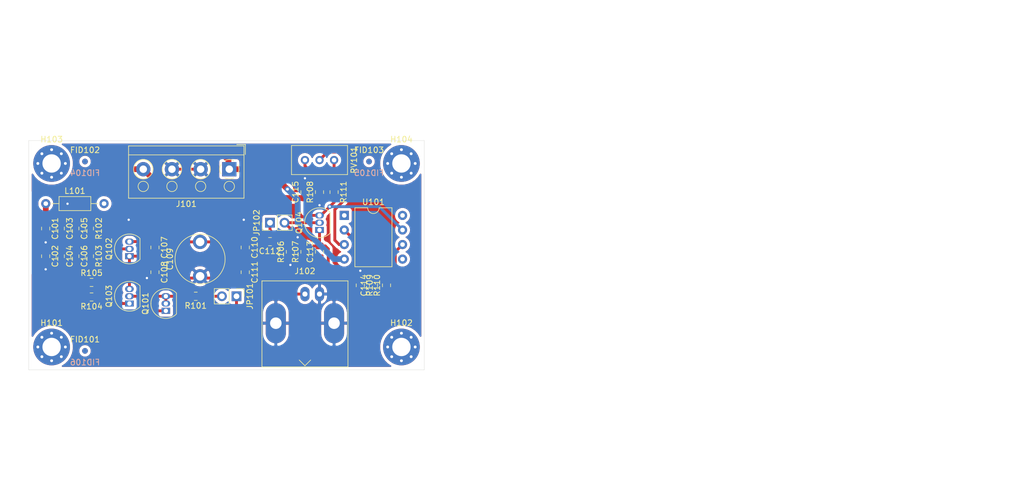
<source format=kicad_pcb>
(kicad_pcb (version 20171130) (host pcbnew "(5.1.2)-1")
  (title_block (title "Oscilador Colpitts de frecuencia variable (80 a 100 MHz)") (date 2019-08-30) (rev v1) (company "UTN FRA"))
  (layers (0 F.Cu signal) (31 B.Cu signal) (34 B.Paste user) (35 F.Paste user) (36 B.SilkS user) (37 F.SilkS user) (38 B.Mask user) (39 F.Mask user) (44 Edge.Cuts user))
  (net 0 "")
  (net 1 GND)
  (net 2 +15V)
  (net 3 "Net-(C102-Pad1)")
  (net 4 "Net-(C107-Pad2)")
  (net 5 "Net-(C107-Pad1)")
  (net 6 /Vout)
  (net 7 "Net-(C112-Pad1)")
  (net 8 "Net-(C113-Pad2)")
  (net 9 "Net-(C114-Pad2)")
  (net 10 "Net-(C114-Pad1)")
  (net 11 -15V)
  (net 12 "Net-(JP101-Pad2)")
  (net 13 /Vcontrol)
  (net 14 "Net-(JP102-Pad2)")
  (net 15 "Net-(Q101-Pad1)")
  (net 16 "Net-(Q101-Pad2)")
  (net 17 "Net-(Q103-Pad1)")
  (net 18 "Net-(R108-Pad2)")
  (net 19 "Net-(R111-Pad1)")
  (net 20 "Net-(RV101-Pad2)")
  (net 21 "Net-(U101-Pad8)")
  (net 22 "Net-(U101-Pad5)")
  (net 23 "Net-(U101-Pad1)")
  (module Package_TO_SOT_THT:TO-92_Inline (layer F.Cu) (at 107.569 90.17 90)
    (fp_text reference Q102 (at 1.27 -3.56 90) (layer F.SilkS))
    (fp_text value 2N3904)
    (fp_arc (start 1.27 0) (end 1.27 -2.6) (angle 135) (layer F.SilkS) (width 0.12))
    (fp_arc (start 1.27 0) (end 1.27 -2.6) (angle -135) (layer F.SilkS) (width 0.12))
    (fp_line (start -0.53 1.85) (end 3.07 1.85) (layer F.SilkS) (width 0.12))
    (pad 1 thru_hole rect (at 0 0 90) (size 1.05 1.5) (drill 0.75) (layers *.Cu *.Mask) (net 4 "Net-(C107-Pad2)"))
    (pad 3 thru_hole oval (at 2.54 0 90) (size 1.05 1.5) (drill 0.75) (layers *.Cu *.Mask) (net 5 "Net-(C107-Pad1)"))
    (pad 2 thru_hole oval (at 1.27 0 90) (size 1.05 1.5) (drill 0.75) (layers *.Cu *.Mask) (net 3 "Net-(C102-Pad1)"))
  )
  (module Package_DIP:DIP-8_W10.16mm (layer F.Cu) (at 145.034 83.058)
    (fp_text reference U101 (at 5.08 -2.33) (layer F.SilkS))
    (fp_text value LM741)
    (fp_line (start 8.315 -1.33) (end 6.08 -1.33) (layer F.SilkS) (width 0.12))
    (fp_line (start 8.315 8.95) (end 8.315 -1.33) (layer F.SilkS) (width 0.12))
    (fp_line (start 1.845 8.95) (end 8.315 8.95) (layer F.SilkS) (width 0.12))
    (fp_line (start 1.845 -1.33) (end 1.845 8.95) (layer F.SilkS) (width 0.12))
    (fp_line (start 4.08 -1.33) (end 1.845 -1.33) (layer F.SilkS) (width 0.12))
    (fp_arc (start 5.08 -1.33) (end 4.08 -1.33) (angle -180) (layer F.SilkS) (width 0.12))
    (pad 8 thru_hole oval (at 10.16 0) (size 1.6 1.6) (drill 0.8) (layers *.Cu *.Mask) (net 21 "Net-(U101-Pad8)"))
    (pad 4 thru_hole oval (at 0 7.62) (size 1.6 1.6) (drill 0.8) (layers *.Cu *.Mask) (net 11 -15V))
    (pad 7 thru_hole oval (at 10.16 2.54) (size 1.6 1.6) (drill 0.8) (layers *.Cu *.Mask) (net 2 +15V))
    (pad 3 thru_hole oval (at 0 5.08) (size 1.6 1.6) (drill 0.8) (layers *.Cu *.Mask) (net 20 "Net-(RV101-Pad2)"))
    (pad 6 thru_hole oval (at 10.16 5.08) (size 1.6 1.6) (drill 0.8) (layers *.Cu *.Mask) (net 13 /Vcontrol))
    (pad 2 thru_hole oval (at 0 2.54) (size 1.6 1.6) (drill 0.8) (layers *.Cu *.Mask) (net 9 "Net-(C114-Pad2)"))
    (pad 5 thru_hole oval (at 10.16 7.62) (size 1.6 1.6) (drill 0.8) (layers *.Cu *.Mask) (net 22 "Net-(U101-Pad5)"))
    (pad 1 thru_hole rect (at 0 0) (size 1.6 1.6) (drill 0.8) (layers *.Cu *.Mask) (net 23 "Net-(U101-Pad1)"))
  )
  (module colpitts:Preset_Multivuelta (layer F.Cu) (at 143.256 73.406 270)
    (fp_text reference RV101 (at 0 -3.475 90) (layer F.SilkS))
    (fp_text value 10K)
    (fp_line (start -2.535 -2.345) (end -2.535 7.425) (layer F.SilkS) (width 0.12))
    (fp_line (start 2.535 -2.345) (end 2.535 7.425) (layer F.SilkS) (width 0.12))
    (fp_line (start -2.535 7.425) (end 2.535 7.425) (layer F.SilkS) (width 0.12))
    (fp_line (start -2.535 -2.345) (end 2.535 -2.345) (layer F.SilkS) (width 0.12))
    (pad 1 thru_hole circle (at 0 0 270) (size 1.44 1.44) (drill 0.8) (layers *.Cu *.Mask) (net 19 "Net-(R111-Pad1)"))
    (pad 2 thru_hole circle (at 0 2.54 270) (size 1.44 1.44) (drill 0.8) (layers *.Cu *.Mask) (net 20 "Net-(RV101-Pad2)"))
    (pad 3 thru_hole circle (at 0 5.08 270) (size 1.44 1.44) (drill 0.8) (layers *.Cu *.Mask) (net 18 "Net-(R108-Pad2)"))
  )
  (module Resistor_SMD:R_0805_2012Metric_Pad1.15x1.40mm_HandSolder (layer F.Cu) (at 143.256 78.994 270)
    (fp_text reference R111 (at 0 -1.65 90) (layer F.SilkS))
    (fp_text value 1K)
    (fp_line (start -0.261252 0.71) (end 0.261252 0.71) (layer F.SilkS) (width 0.12))
    (fp_line (start -0.261252 -0.71) (end 0.261252 -0.71) (layer F.SilkS) (width 0.12))
    (pad 2 smd roundrect (at 1.025 0 270) (size 1.15 1.4) (layers F.Cu F.Paste F.Mask) (roundrect_rratio 0.217391) (net 2 +15V))
    (pad 1 smd roundrect (at -1.025 0 270) (size 1.15 1.4) (layers F.Cu F.Paste F.Mask) (roundrect_rratio 0.217391) (net 19 "Net-(R111-Pad1)"))
  )
  (module Resistor_SMD:R_0805_2012Metric_Pad1.15x1.40mm_HandSolder (layer F.Cu) (at 152.4 95.25 90)
    (fp_text reference R110 (at 0 -1.65 90) (layer F.SilkS))
    (fp_text value 1K)
    (fp_line (start -0.261252 0.71) (end 0.261252 0.71) (layer F.SilkS) (width 0.12))
    (fp_line (start -0.261252 -0.71) (end 0.261252 -0.71) (layer F.SilkS) (width 0.12))
    (pad 2 smd roundrect (at 1.025 0 90) (size 1.15 1.4) (layers F.Cu F.Paste F.Mask) (roundrect_rratio 0.217391) (net 10 "Net-(C114-Pad1)"))
    (pad 1 smd roundrect (at -1.025 0 90) (size 1.15 1.4) (layers F.Cu F.Paste F.Mask) (roundrect_rratio 0.217391) (net 13 /Vcontrol))
  )
  (module Resistor_SMD:R_0805_2012Metric_Pad1.15x1.40mm_HandSolder (layer F.Cu) (at 147.828 95.25 270)
    (fp_text reference R109 (at 0 -1.65 90) (layer F.SilkS))
    (fp_text value 1K)
    (fp_line (start -0.261252 0.71) (end 0.261252 0.71) (layer F.SilkS) (width 0.12))
    (fp_line (start -0.261252 -0.71) (end 0.261252 -0.71) (layer F.SilkS) (width 0.12))
    (pad 2 smd roundrect (at 1.025 0 270) (size 1.15 1.4) (layers F.Cu F.Paste F.Mask) (roundrect_rratio 0.217391) (net 9 "Net-(C114-Pad2)"))
    (pad 1 smd roundrect (at -1.025 0 270) (size 1.15 1.4) (layers F.Cu F.Paste F.Mask) (roundrect_rratio 0.217391) (net 8 "Net-(C113-Pad2)"))
  )
  (module Resistor_SMD:R_0805_2012Metric_Pad1.15x1.40mm_HandSolder (layer F.Cu) (at 140.716 78.994 90)
    (fp_text reference R108 (at 0 -1.65 90) (layer F.SilkS))
    (fp_text value 1K)
    (fp_line (start -0.261252 0.71) (end 0.261252 0.71) (layer F.SilkS) (width 0.12))
    (fp_line (start -0.261252 -0.71) (end 0.261252 -0.71) (layer F.SilkS) (width 0.12))
    (pad 2 smd roundrect (at 1.025 0 90) (size 1.15 1.4) (layers F.Cu F.Paste F.Mask) (roundrect_rratio 0.217391) (net 18 "Net-(R108-Pad2)"))
    (pad 1 smd roundrect (at -1.025 0 90) (size 1.15 1.4) (layers F.Cu F.Paste F.Mask) (roundrect_rratio 0.217391) (net 1 GND))
  )
  (module Resistor_SMD:R_0805_2012Metric_Pad1.15x1.40mm_HandSolder (layer F.Cu) (at 138.176 89.408 90)
    (fp_text reference R107 (at 0 -1.65 90) (layer F.SilkS))
    (fp_text value 5.6K)
    (fp_line (start -0.261252 0.71) (end 0.261252 0.71) (layer F.SilkS) (width 0.12))
    (fp_line (start -0.261252 -0.71) (end 0.261252 -0.71) (layer F.SilkS) (width 0.12))
    (pad 2 smd roundrect (at 1.025 0 90) (size 1.15 1.4) (layers F.Cu F.Paste F.Mask) (roundrect_rratio 0.217391) (net 8 "Net-(C113-Pad2)"))
    (pad 1 smd roundrect (at -1.025 0 90) (size 1.15 1.4) (layers F.Cu F.Paste F.Mask) (roundrect_rratio 0.217391) (net 1 GND))
  )
  (module Resistor_SMD:R_0805_2012Metric_Pad1.15x1.40mm_HandSolder (layer F.Cu) (at 135.636 89.408 90)
    (fp_text reference R106 (at 0 -1.65 90) (layer F.SilkS))
    (fp_text value 10K)
    (fp_line (start -0.261252 0.71) (end 0.261252 0.71) (layer F.SilkS) (width 0.12))
    (fp_line (start -0.261252 -0.71) (end 0.261252 -0.71) (layer F.SilkS) (width 0.12))
    (pad 2 smd roundrect (at 1.025 0 90) (size 1.15 1.4) (layers F.Cu F.Paste F.Mask) (roundrect_rratio 0.217391) (net 14 "Net-(JP102-Pad2)"))
    (pad 1 smd roundrect (at -1.025 0 90) (size 1.15 1.4) (layers F.Cu F.Paste F.Mask) (roundrect_rratio 0.217391) (net 1 GND))
  )
  (module Resistor_SMD:R_0805_2012Metric_Pad1.15x1.40mm_HandSolder (layer F.Cu) (at 100.965 94.742)
    (fp_text reference R105 (at 0 -1.65) (layer F.SilkS))
    (fp_text value 330)
    (fp_line (start -0.261252 0.71) (end 0.261252 0.71) (layer F.SilkS) (width 0.12))
    (fp_line (start -0.261252 -0.71) (end 0.261252 -0.71) (layer F.SilkS) (width 0.12))
    (pad 2 smd roundrect (at 1.025 0) (size 1.15 1.4) (layers F.Cu F.Paste F.Mask) (roundrect_rratio 0.217391) (net 17 "Net-(Q103-Pad1)"))
    (pad 1 smd roundrect (at -1.025 0) (size 1.15 1.4) (layers F.Cu F.Paste F.Mask) (roundrect_rratio 0.217391) (net 11 -15V))
  )
  (module Resistor_SMD:R_0805_2012Metric_Pad1.15x1.40mm_HandSolder (layer F.Cu) (at 100.965 97.282 180)
    (fp_text reference R104 (at 0 -1.65) (layer F.SilkS))
    (fp_text value 330)
    (fp_line (start -0.261252 0.71) (end 0.261252 0.71) (layer F.SilkS) (width 0.12))
    (fp_line (start -0.261252 -0.71) (end 0.261252 -0.71) (layer F.SilkS) (width 0.12))
    (pad 2 smd roundrect (at 1.025 0 180) (size 1.15 1.4) (layers F.Cu F.Paste F.Mask) (roundrect_rratio 0.217391) (net 11 -15V))
    (pad 1 smd roundrect (at -1.025 0 180) (size 1.15 1.4) (layers F.Cu F.Paste F.Mask) (roundrect_rratio 0.217391) (net 15 "Net-(Q101-Pad1)"))
  )
  (module Resistor_SMD:R_0805_2012Metric_Pad1.15x1.40mm_HandSolder (layer F.Cu) (at 100.584 90.17 270)
    (fp_text reference R103 (at 0 -1.65 90) (layer F.SilkS))
    (fp_text value 10K)
    (fp_line (start -0.261252 0.71) (end 0.261252 0.71) (layer F.SilkS) (width 0.12))
    (fp_line (start -0.261252 -0.71) (end 0.261252 -0.71) (layer F.SilkS) (width 0.12))
    (pad 2 smd roundrect (at 1.025 0 270) (size 1.15 1.4) (layers F.Cu F.Paste F.Mask) (roundrect_rratio 0.217391) (net 1 GND))
    (pad 1 smd roundrect (at -1.025 0 270) (size 1.15 1.4) (layers F.Cu F.Paste F.Mask) (roundrect_rratio 0.217391) (net 3 "Net-(C102-Pad1)"))
  )
  (module Resistor_SMD:R_0805_2012Metric_Pad1.15x1.40mm_HandSolder (layer F.Cu) (at 100.584 85.344 270)
    (fp_text reference R102 (at 0 -1.65 90) (layer F.SilkS))
    (fp_text value 10K)
    (fp_line (start -0.261252 0.71) (end 0.261252 0.71) (layer F.SilkS) (width 0.12))
    (fp_line (start -0.261252 -0.71) (end 0.261252 -0.71) (layer F.SilkS) (width 0.12))
    (pad 2 smd roundrect (at 1.025 0 270) (size 1.15 1.4) (layers F.Cu F.Paste F.Mask) (roundrect_rratio 0.217391) (net 3 "Net-(C102-Pad1)"))
    (pad 1 smd roundrect (at -1.025 0 270) (size 1.15 1.4) (layers F.Cu F.Paste F.Mask) (roundrect_rratio 0.217391) (net 2 +15V))
  )
  (module Resistor_SMD:R_0805_2012Metric_Pad1.15x1.40mm_HandSolder (layer F.Cu) (at 119.135 97.155 180)
    (fp_text reference R101 (at 0 -1.65) (layer F.SilkS))
    (fp_text value 3.9K)
    (fp_line (start -0.261252 0.71) (end 0.261252 0.71) (layer F.SilkS) (width 0.12))
    (fp_line (start -0.261252 -0.71) (end 0.261252 -0.71) (layer F.SilkS) (width 0.12))
    (pad 2 smd roundrect (at 1.025 0 180) (size 1.15 1.4) (layers F.Cu F.Paste F.Mask) (roundrect_rratio 0.217391) (net 16 "Net-(Q101-Pad2)"))
    (pad 1 smd roundrect (at -1.025 0 180) (size 1.15 1.4) (layers F.Cu F.Paste F.Mask) (roundrect_rratio 0.217391) (net 12 "Net-(JP101-Pad2)"))
  )
  (module Package_TO_SOT_THT:TO-92_Inline (layer F.Cu) (at 140.716 85.598 90)
    (fp_text reference Q104 (at 1.27 -3.56 90) (layer F.SilkS))
    (fp_text value 2N3904)
    (fp_arc (start 1.27 0) (end 1.27 -2.6) (angle 135) (layer F.SilkS) (width 0.12))
    (fp_arc (start 1.27 0) (end 1.27 -2.6) (angle -135) (layer F.SilkS) (width 0.12))
    (fp_line (start -0.53 1.85) (end 3.07 1.85) (layer F.SilkS) (width 0.12))
    (pad 1 thru_hole rect (at 0 0 90) (size 1.05 1.5) (drill 0.75) (layers *.Cu *.Mask) (net 8 "Net-(C113-Pad2)"))
    (pad 3 thru_hole oval (at 2.54 0 90) (size 1.05 1.5) (drill 0.75) (layers *.Cu *.Mask) (net 2 +15V))
    (pad 2 thru_hole oval (at 1.27 0 90) (size 1.05 1.5) (drill 0.75) (layers *.Cu *.Mask) (net 14 "Net-(JP102-Pad2)"))
  )
  (module Package_TO_SOT_THT:TO-92_Inline (layer F.Cu) (at 107.569 98.425 90)
    (fp_text reference Q103 (at 1.27 -3.56 90) (layer F.SilkS))
    (fp_text value 2N3904)
    (fp_arc (start 1.27 0) (end 1.27 -2.6) (angle 135) (layer F.SilkS) (width 0.12))
    (fp_arc (start 1.27 0) (end 1.27 -2.6) (angle -135) (layer F.SilkS) (width 0.12))
    (fp_line (start -0.53 1.85) (end 3.07 1.85) (layer F.SilkS) (width 0.12))
    (pad 1 thru_hole rect (at 0 0 90) (size 1.05 1.5) (drill 0.75) (layers *.Cu *.Mask) (net 17 "Net-(Q103-Pad1)"))
    (pad 3 thru_hole oval (at 2.54 0 90) (size 1.05 1.5) (drill 0.75) (layers *.Cu *.Mask) (net 4 "Net-(C107-Pad2)"))
    (pad 2 thru_hole oval (at 1.27 0 90) (size 1.05 1.5) (drill 0.75) (layers *.Cu *.Mask) (net 16 "Net-(Q101-Pad2)"))
  )
  (module Package_TO_SOT_THT:TO-92_Inline (layer F.Cu) (at 113.919 99.695 90)
    (fp_text reference Q101 (at 1.27 -3.56 90) (layer F.SilkS))
    (fp_text value 2N3904)
    (fp_arc (start 1.27 0) (end 1.27 -2.6) (angle 135) (layer F.SilkS) (width 0.12))
    (fp_arc (start 1.27 0) (end 1.27 -2.6) (angle -135) (layer F.SilkS) (width 0.12))
    (fp_line (start -0.53 1.85) (end 3.07 1.85) (layer F.SilkS) (width 0.12))
    (pad 1 thru_hole rect (at 0 0 90) (size 1.05 1.5) (drill 0.75) (layers *.Cu *.Mask) (net 15 "Net-(Q101-Pad1)"))
    (pad 3 thru_hole oval (at 2.54 0 90) (size 1.05 1.5) (drill 0.75) (layers *.Cu *.Mask) (net 16 "Net-(Q101-Pad2)"))
    (pad 2 thru_hole oval (at 1.27 0 90) (size 1.05 1.5) (drill 0.75) (layers *.Cu *.Mask) (net 16 "Net-(Q101-Pad2)"))
  )
  (module Inductor_THT:L_Axial_L5.3mm_D2.2mm_P10.16mm_Horizontal_Vishay_IM-1 (layer F.Cu) (at 92.984 81)
    (fp_text reference L101 (at 5.08 -2.22) (layer F.SilkS))
    (fp_text value 40n)
    (fp_line (start 9.12 0) (end 7.85 0) (layer F.SilkS) (width 0.12))
    (fp_line (start 1.04 0) (end 2.31 0) (layer F.SilkS) (width 0.12))
    (fp_line (start 7.85 -1.22) (end 2.31 -1.22) (layer F.SilkS) (width 0.12))
    (fp_line (start 7.85 1.22) (end 7.85 -1.22) (layer F.SilkS) (width 0.12))
    (fp_line (start 2.31 1.22) (end 7.85 1.22) (layer F.SilkS) (width 0.12))
    (fp_line (start 2.31 -1.22) (end 2.31 1.22) (layer F.SilkS) (width 0.12))
    (pad 2 thru_hole oval (at 10.16 0) (size 1.6 1.6) (drill 0.8) (layers *.Cu *.Mask) (net 5 "Net-(C107-Pad1)"))
    (pad 1 thru_hole circle (at 0 0) (size 1.6 1.6) (drill 0.8) (layers *.Cu *.Mask) (net 2 +15V))
  )
  (module Connector_PinHeader_2.54mm:PinHeader_1x02_P2.54mm_Vertical (layer F.Cu) (at 132.08 84.328 90)
    (fp_text reference JP102 (at 0 -2.33 90) (layer F.SilkS))
    (fp_text value Jumper_2_Open)
    (fp_line (start -1.33 -1.33) (end 0 -1.33) (layer F.SilkS) (width 0.12))
    (fp_line (start -1.33 0) (end -1.33 -1.33) (layer F.SilkS) (width 0.12))
    (fp_line (start -1.33 1.27) (end 1.33 1.27) (layer F.SilkS) (width 0.12))
    (fp_line (start 1.33 1.27) (end 1.33 3.87) (layer F.SilkS) (width 0.12))
    (fp_line (start -1.33 1.27) (end -1.33 3.87) (layer F.SilkS) (width 0.12))
    (fp_line (start -1.33 3.87) (end 1.33 3.87) (layer F.SilkS) (width 0.12))
    (pad 2 thru_hole oval (at 0 2.54 90) (size 1.7 1.7) (drill 1) (layers *.Cu *.Mask) (net 14 "Net-(JP102-Pad2)"))
    (pad 1 thru_hole rect (at 0 0 90) (size 1.7 1.7) (drill 1) (layers *.Cu *.Mask) (net 7 "Net-(C112-Pad1)"))
  )
  (module Connector_PinHeader_2.54mm:PinHeader_1x02_P2.54mm_Vertical (layer F.Cu) (at 126.238 97.155 270)
    (fp_text reference JP101 (at 0 -2.33 90) (layer F.SilkS))
    (fp_text value Jumper_2_Open)
    (fp_line (start -1.33 -1.33) (end 0 -1.33) (layer F.SilkS) (width 0.12))
    (fp_line (start -1.33 0) (end -1.33 -1.33) (layer F.SilkS) (width 0.12))
    (fp_line (start -1.33 1.27) (end 1.33 1.27) (layer F.SilkS) (width 0.12))
    (fp_line (start 1.33 1.27) (end 1.33 3.87) (layer F.SilkS) (width 0.12))
    (fp_line (start -1.33 1.27) (end -1.33 3.87) (layer F.SilkS) (width 0.12))
    (fp_line (start -1.33 3.87) (end 1.33 3.87) (layer F.SilkS) (width 0.12))
    (pad 2 thru_hole oval (at 0 2.54 270) (size 1.7 1.7) (drill 1) (layers *.Cu *.Mask) (net 12 "Net-(JP101-Pad2)"))
    (pad 1 thru_hole rect (at 0 0 270) (size 1.7 1.7) (drill 1) (layers *.Cu *.Mask) (net 13 /Vcontrol))
  )
  (module colpitts:BNC_Conn_Horizontal (layer F.Cu) (at 138.176 96.774 180)
    (fp_text reference J102 (at 0 4) (layer F.SilkS))
    (fp_text value BNC)
    (fp_line (start 0 -12.5) (end 1 -11.5) (layer F.SilkS) (width 0.12))
    (fp_line (start 0 -12.5) (end -1 -11.5) (layer F.SilkS) (width 0.12))
    (fp_line (start -7.5 2.3) (end -7.5 -12.7) (layer F.SilkS) (width 0.12))
    (fp_line (start 7.5 2.3) (end -7.5 2.3) (layer F.SilkS) (width 0.12))
    (fp_line (start 7.5 -12.7) (end 7.5 2.3) (layer F.SilkS) (width 0.12))
    (fp_line (start -7.5 -12.7) (end 7.5 -12.7) (layer F.SilkS) (width 0.12))
    (pad 2 thru_hole oval (at -2.54 0 180) (size 1.6 2.5) (drill 0.89) (layers *.Cu *.Mask) (net 1 GND))
    (pad 1 thru_hole oval (at 0 0 180) (size 1.6 2.5) (drill 0.89) (layers *.Cu *.Mask) (net 6 /Vout))
    (pad 2 thru_hole oval (at 5.08 -5.08 180) (size 3.5 7) (drill 2.01) (layers *.Cu *.Mask) (net 1 GND))
    (pad 2 thru_hole oval (at -5.08 -5.08 180) (size 3.5 7) (drill 2.01) (layers *.Cu *.Mask) (net 1 GND))
  )
  (module colpitts:TerminalBlock_1x04_P5.00mm (layer F.Cu) (at 124.984 75 180)
    (fp_text reference J101 (at 7.5 -6.06) (layer F.SilkS))
    (fp_text value BORNERA)
    (fp_line (start -2.8 4.3) (end -1.3 4.3) (layer F.SilkS) (width 0.12))
    (fp_line (start -2.8 2.56) (end -2.8 4.3) (layer F.SilkS) (width 0.12))
    (fp_line (start 13.82 0.976) (end 13.726 1.069) (layer F.SilkS) (width 0.12))
    (fp_line (start 16.07 -1.275) (end 16.011 -1.216) (layer F.SilkS) (width 0.12))
    (fp_line (start 13.99 1.216) (end 13.931 1.274) (layer F.SilkS) (width 0.12))
    (fp_line (start 16.275 -1.069) (end 16.181 -0.976) (layer F.SilkS) (width 0.12))
    (fp_line (start 8.82 0.976) (end 8.726 1.069) (layer F.SilkS) (width 0.12))
    (fp_line (start 11.07 -1.275) (end 11.011 -1.216) (layer F.SilkS) (width 0.12))
    (fp_line (start 8.99 1.216) (end 8.931 1.274) (layer F.SilkS) (width 0.12))
    (fp_line (start 11.275 -1.069) (end 11.181 -0.976) (layer F.SilkS) (width 0.12))
    (fp_line (start 3.82 0.976) (end 3.726 1.069) (layer F.SilkS) (width 0.12))
    (fp_line (start 6.07 -1.275) (end 6.011 -1.216) (layer F.SilkS) (width 0.12))
    (fp_line (start 3.99 1.216) (end 3.931 1.274) (layer F.SilkS) (width 0.12))
    (fp_line (start 6.275 -1.069) (end 6.181 -0.976) (layer F.SilkS) (width 0.12))
    (fp_line (start 17.561 -5.06) (end 17.561 4.06) (layer F.SilkS) (width 0.12))
    (fp_line (start -2.56 -5.06) (end -2.56 4.06) (layer F.SilkS) (width 0.12))
    (fp_line (start -2.56 4.06) (end 17.561 4.06) (layer F.SilkS) (width 0.12))
    (fp_line (start -2.56 -5.06) (end 17.561 -5.06) (layer F.SilkS) (width 0.12))
    (fp_line (start -2.56 2.5) (end 17.561 2.5) (layer F.SilkS) (width 0.12))
    (fp_circle (center 15 -3) (end 15.9 -3) (layer F.SilkS) (width 0.12))
    (fp_circle (center 15 0) (end 16.68 0) (layer F.SilkS) (width 0.12))
    (fp_circle (center 10 -3) (end 10.9 -3) (layer F.SilkS) (width 0.12))
    (fp_circle (center 10 0) (end 11.68 0) (layer F.SilkS) (width 0.12))
    (fp_circle (center 5 -3) (end 5.9 -3) (layer F.SilkS) (width 0.12))
    (fp_circle (center 5 0) (end 6.68 0) (layer F.SilkS) (width 0.12))
    (fp_circle (center 0 -3) (end 0.9 -3) (layer F.SilkS) (width 0.12))
    (fp_arc (start 0 0) (end -0.789 1.484) (angle -29) (layer F.SilkS) (width 0.12))
    (fp_arc (start 0 0) (end -1.484 -0.789) (angle -56) (layer F.SilkS) (width 0.12))
    (fp_arc (start 0 0) (end 0.789 -1.484) (angle -56) (layer F.SilkS) (width 0.12))
    (fp_arc (start 0 0) (end 1.484 0.789) (angle -56) (layer F.SilkS) (width 0.12))
    (fp_arc (start 0 0) (end 0 1.68) (angle -28) (layer F.SilkS) (width 0.12))
    (pad 4 thru_hole circle (at 15 0 180) (size 2.5 2.5) (drill 1.3) (layers *.Cu *.Mask) (net 2 +15V))
    (pad 3 thru_hole circle (at 10 0 180) (size 2.5 2.5) (drill 1.3) (layers *.Cu *.Mask) (net 1 GND))
    (pad 2 thru_hole circle (at 5 0 180) (size 2.5 2.5) (drill 1.3) (layers *.Cu *.Mask) (net 1 GND))
    (pad 1 thru_hole rect (at 0 0 180) (size 2.5 2.5) (drill 1.3) (layers *.Cu *.Mask) (net 11 -15V))
  )
  (module MountingHole:MountingHole_3.2mm_M3_Pad_Via (layer F.Cu) (at 155 74)
    (fp_text reference H104 (at 0 -4.2) (layer F.SilkS))
    (fp_text value MountingHole)
    (pad 1 thru_hole circle (at 1.697056 -1.697056) (size 0.8 0.8) (drill 0.5) (layers *.Cu *.Mask))
    (pad 1 thru_hole circle (at 0 -2.4) (size 0.8 0.8) (drill 0.5) (layers *.Cu *.Mask))
    (pad 1 thru_hole circle (at -1.697056 -1.697056) (size 0.8 0.8) (drill 0.5) (layers *.Cu *.Mask))
    (pad 1 thru_hole circle (at -2.4 0) (size 0.8 0.8) (drill 0.5) (layers *.Cu *.Mask))
    (pad 1 thru_hole circle (at -1.697056 1.697056) (size 0.8 0.8) (drill 0.5) (layers *.Cu *.Mask))
    (pad 1 thru_hole circle (at 0 2.4) (size 0.8 0.8) (drill 0.5) (layers *.Cu *.Mask))
    (pad 1 thru_hole circle (at 1.697056 1.697056) (size 0.8 0.8) (drill 0.5) (layers *.Cu *.Mask))
    (pad 1 thru_hole circle (at 2.4 0) (size 0.8 0.8) (drill 0.5) (layers *.Cu *.Mask))
    (pad 1 thru_hole circle (at 0 0) (size 6.4 6.4) (drill 3.2) (layers *.Cu *.Mask))
  )
  (module MountingHole:MountingHole_3.2mm_M3_Pad_Via (layer F.Cu) (at 94 74)
    (fp_text reference H103 (at 0 -4.2) (layer F.SilkS))
    (fp_text value MountingHole)
    (pad 1 thru_hole circle (at 1.697056 -1.697056) (size 0.8 0.8) (drill 0.5) (layers *.Cu *.Mask))
    (pad 1 thru_hole circle (at 0 -2.4) (size 0.8 0.8) (drill 0.5) (layers *.Cu *.Mask))
    (pad 1 thru_hole circle (at -1.697056 -1.697056) (size 0.8 0.8) (drill 0.5) (layers *.Cu *.Mask))
    (pad 1 thru_hole circle (at -2.4 0) (size 0.8 0.8) (drill 0.5) (layers *.Cu *.Mask))
    (pad 1 thru_hole circle (at -1.697056 1.697056) (size 0.8 0.8) (drill 0.5) (layers *.Cu *.Mask))
    (pad 1 thru_hole circle (at 0 2.4) (size 0.8 0.8) (drill 0.5) (layers *.Cu *.Mask))
    (pad 1 thru_hole circle (at 1.697056 1.697056) (size 0.8 0.8) (drill 0.5) (layers *.Cu *.Mask))
    (pad 1 thru_hole circle (at 2.4 0) (size 0.8 0.8) (drill 0.5) (layers *.Cu *.Mask))
    (pad 1 thru_hole circle (at 0 0) (size 6.4 6.4) (drill 3.2) (layers *.Cu *.Mask))
  )
  (module MountingHole:MountingHole_3.2mm_M3_Pad_Via (layer F.Cu) (at 155 106)
    (fp_text reference H102 (at 0 -4.2) (layer F.SilkS))
    (fp_text value MountingHole)
    (pad 1 thru_hole circle (at 1.697056 -1.697056) (size 0.8 0.8) (drill 0.5) (layers *.Cu *.Mask))
    (pad 1 thru_hole circle (at 0 -2.4) (size 0.8 0.8) (drill 0.5) (layers *.Cu *.Mask))
    (pad 1 thru_hole circle (at -1.697056 -1.697056) (size 0.8 0.8) (drill 0.5) (layers *.Cu *.Mask))
    (pad 1 thru_hole circle (at -2.4 0) (size 0.8 0.8) (drill 0.5) (layers *.Cu *.Mask))
    (pad 1 thru_hole circle (at -1.697056 1.697056) (size 0.8 0.8) (drill 0.5) (layers *.Cu *.Mask))
    (pad 1 thru_hole circle (at 0 2.4) (size 0.8 0.8) (drill 0.5) (layers *.Cu *.Mask))
    (pad 1 thru_hole circle (at 1.697056 1.697056) (size 0.8 0.8) (drill 0.5) (layers *.Cu *.Mask))
    (pad 1 thru_hole circle (at 2.4 0) (size 0.8 0.8) (drill 0.5) (layers *.Cu *.Mask))
    (pad 1 thru_hole circle (at 0 0) (size 6.4 6.4) (drill 3.2) (layers *.Cu *.Mask))
  )
  (module MountingHole:MountingHole_3.2mm_M3_Pad_Via (layer F.Cu) (at 94 106)
    (fp_text reference H101 (at 0 -4.2) (layer F.SilkS))
    (fp_text value MountingHole)
    (pad 1 thru_hole circle (at 1.697056 -1.697056) (size 0.8 0.8) (drill 0.5) (layers *.Cu *.Mask))
    (pad 1 thru_hole circle (at 0 -2.4) (size 0.8 0.8) (drill 0.5) (layers *.Cu *.Mask))
    (pad 1 thru_hole circle (at -1.697056 -1.697056) (size 0.8 0.8) (drill 0.5) (layers *.Cu *.Mask))
    (pad 1 thru_hole circle (at -2.4 0) (size 0.8 0.8) (drill 0.5) (layers *.Cu *.Mask))
    (pad 1 thru_hole circle (at -1.697056 1.697056) (size 0.8 0.8) (drill 0.5) (layers *.Cu *.Mask))
    (pad 1 thru_hole circle (at 0 2.4) (size 0.8 0.8) (drill 0.5) (layers *.Cu *.Mask))
    (pad 1 thru_hole circle (at 1.697056 1.697056) (size 0.8 0.8) (drill 0.5) (layers *.Cu *.Mask))
    (pad 1 thru_hole circle (at 2.4 0) (size 0.8 0.8) (drill 0.5) (layers *.Cu *.Mask))
    (pad 1 thru_hole circle (at 0 0) (size 6.4 6.4) (drill 3.2) (layers *.Cu *.Mask))
  )
  (module Fiducial:Fiducial_1mm_Mask2mm (layer B.Cu) (at 99.822 106.68)
    (fp_text reference FID106 (at 0 2) (layer B.SilkS) (effects (justify mirror)))
    (fp_text value Fiducial)
    (pad "" smd circle (at 0 0) (size 1 1) (layers B.Cu B.Mask) (clearance 0.5))
  )
  (module Fiducial:Fiducial_1mm_Mask2mm (layer B.Cu) (at 149.352 73.66)
    (fp_text reference FID105 (at 0 2) (layer B.SilkS) (effects (justify mirror)))
    (fp_text value Fiducial)
    (pad "" smd circle (at 0 0) (size 1 1) (layers B.Cu B.Mask) (clearance 0.5))
  )
  (module Fiducial:Fiducial_1mm_Mask2mm (layer B.Cu) (at 99.822 73.66)
    (fp_text reference FID104 (at 0 2) (layer B.SilkS) (effects (justify mirror)))
    (fp_text value Fiducial)
    (pad "" smd circle (at 0 0) (size 1 1) (layers B.Cu B.Mask) (clearance 0.5))
  )
  (module Fiducial:Fiducial_1mm_Mask2mm (layer F.Cu) (at 149.352 73.66)
    (fp_text reference FID103 (at 0 -2) (layer F.SilkS))
    (fp_text value Fiducial)
    (pad "" smd circle (at 0 0) (size 1 1) (layers F.Cu F.Mask) (clearance 0.5))
  )
  (module Fiducial:Fiducial_1mm_Mask2mm (layer F.Cu) (at 99.822 73.66)
    (fp_text reference FID102 (at 0 -2) (layer F.SilkS))
    (fp_text value Fiducial)
    (pad "" smd circle (at 0 0) (size 1 1) (layers F.Cu F.Mask) (clearance 0.5))
  )
  (module Fiducial:Fiducial_1mm_Mask2mm (layer F.Cu) (at 99.822 106.68)
    (fp_text reference FID101 (at 0 -2) (layer F.SilkS))
    (fp_text value Fiducial)
    (pad "" smd circle (at 0 0) (size 1 1) (layers F.Cu F.Mask) (clearance 0.5))
  )
  (module Capacitor_SMD:C_0805_2012Metric_Pad1.15x1.40mm_HandSolder (layer F.Cu) (at 138.176 78.994 90)
    (fp_text reference C115 (at 0 -1.65 90) (layer F.SilkS))
    (fp_text value 100nF)
    (fp_line (start -0.261252 0.71) (end 0.261252 0.71) (layer F.SilkS) (width 0.12))
    (fp_line (start -0.261252 -0.71) (end 0.261252 -0.71) (layer F.SilkS) (width 0.12))
    (pad 2 smd roundrect (at 1.025 0 90) (size 1.15 1.4) (layers F.Cu F.Paste F.Mask) (roundrect_rratio 0.217391) (net 1 GND))
    (pad 1 smd roundrect (at -1.025 0 90) (size 1.15 1.4) (layers F.Cu F.Paste F.Mask) (roundrect_rratio 0.217391) (net 2 +15V))
  )
  (module Capacitor_SMD:C_0805_2012Metric_Pad1.15x1.40mm_HandSolder (layer F.Cu) (at 150.114 95.25 90)
    (fp_text reference C114 (at 0 -1.65 90) (layer F.SilkS))
    (fp_text value 100pF)
    (fp_line (start -0.261252 0.71) (end 0.261252 0.71) (layer F.SilkS) (width 0.12))
    (fp_line (start -0.261252 -0.71) (end 0.261252 -0.71) (layer F.SilkS) (width 0.12))
    (pad 2 smd roundrect (at 1.025 0 90) (size 1.15 1.4) (layers F.Cu F.Paste F.Mask) (roundrect_rratio 0.217391) (net 9 "Net-(C114-Pad2)"))
    (pad 1 smd roundrect (at -1.025 0 90) (size 1.15 1.4) (layers F.Cu F.Paste F.Mask) (roundrect_rratio 0.217391) (net 10 "Net-(C114-Pad1)"))
  )
  (module Capacitor_SMD:C_0805_2012Metric_Pad1.15x1.40mm_HandSolder (layer F.Cu) (at 140.716 89.408 90)
    (fp_text reference C113 (at 0 -1.65 90) (layer F.SilkS))
    (fp_text value 10nF)
    (fp_line (start -0.261252 0.71) (end 0.261252 0.71) (layer F.SilkS) (width 0.12))
    (fp_line (start -0.261252 -0.71) (end 0.261252 -0.71) (layer F.SilkS) (width 0.12))
    (pad 2 smd roundrect (at 1.025 0 90) (size 1.15 1.4) (layers F.Cu F.Paste F.Mask) (roundrect_rratio 0.217391) (net 8 "Net-(C113-Pad2)"))
    (pad 1 smd roundrect (at -1.025 0 90) (size 1.15 1.4) (layers F.Cu F.Paste F.Mask) (roundrect_rratio 0.217391) (net 1 GND))
  )
  (module Capacitor_SMD:C_0805_2012Metric_Pad1.15x1.40mm_HandSolder (layer F.Cu) (at 132.08 87.63 180)
    (fp_text reference C112 (at 0 -1.65) (layer F.SilkS))
    (fp_text value 100nF)
    (fp_line (start -0.261252 0.71) (end 0.261252 0.71) (layer F.SilkS) (width 0.12))
    (fp_line (start -0.261252 -0.71) (end 0.261252 -0.71) (layer F.SilkS) (width 0.12))
    (pad 2 smd roundrect (at 1.025 0 180) (size 1.15 1.4) (layers F.Cu F.Paste F.Mask) (roundrect_rratio 0.217391) (net 5 "Net-(C107-Pad1)"))
    (pad 1 smd roundrect (at -1.025 0 180) (size 1.15 1.4) (layers F.Cu F.Paste F.Mask) (roundrect_rratio 0.217391) (net 7 "Net-(C112-Pad1)"))
  )
  (module Capacitor_SMD:C_0805_2012Metric_Pad1.15x1.40mm_HandSolder (layer F.Cu) (at 127.762 92.964 270)
    (fp_text reference C111 (at 0 -1.65 90) (layer F.SilkS))
    (fp_text value 33pF)
    (fp_line (start -0.261252 0.71) (end 0.261252 0.71) (layer F.SilkS) (width 0.12))
    (fp_line (start -0.261252 -0.71) (end 0.261252 -0.71) (layer F.SilkS) (width 0.12))
    (pad 2 smd roundrect (at 1.025 0 270) (size 1.15 1.4) (layers F.Cu F.Paste F.Mask) (roundrect_rratio 0.217391) (net 1 GND))
    (pad 1 smd roundrect (at -1.025 0 270) (size 1.15 1.4) (layers F.Cu F.Paste F.Mask) (roundrect_rratio 0.217391) (net 6 /Vout))
  )
  (module Capacitor_SMD:C_0805_2012Metric_Pad1.15x1.40mm_HandSolder (layer F.Cu) (at 127.762 88.646 270)
    (fp_text reference C110 (at 0 -1.65 90) (layer F.SilkS))
    (fp_text value 10pF)
    (fp_line (start -0.261252 0.71) (end 0.261252 0.71) (layer F.SilkS) (width 0.12))
    (fp_line (start -0.261252 -0.71) (end 0.261252 -0.71) (layer F.SilkS) (width 0.12))
    (pad 2 smd roundrect (at 1.025 0 270) (size 1.15 1.4) (layers F.Cu F.Paste F.Mask) (roundrect_rratio 0.217391) (net 6 /Vout))
    (pad 1 smd roundrect (at -1.025 0 270) (size 1.15 1.4) (layers F.Cu F.Paste F.Mask) (roundrect_rratio 0.217391) (net 5 "Net-(C107-Pad1)"))
  )
  (module colpitts:Trimmer_Capacitor_Verde (layer F.Cu) (at 119.888 90.678 270)
    (fp_text reference C109 (at 0 5.25 90) (layer F.SilkS))
    (fp_text value "TRIM VERDE (5.2pF-30pF)")
    (fp_circle (center 0 0) (end 4.25 1) (layer F.SilkS) (width 0.12))
    (pad 2 thru_hole circle (at 3 0 270) (size 2.5 2.5) (drill 1.5) (layers *.Cu *.Mask) (net 1 GND))
    (pad 1 thru_hole circle (at -3 0 270) (size 2.5 2.5) (drill 1.5) (layers *.Cu *.Mask) (net 5 "Net-(C107-Pad1)"))
  )
  (module Capacitor_SMD:C_0805_2012Metric_Pad1.15x1.40mm_HandSolder (layer F.Cu) (at 112.014 92.964 270)
    (fp_text reference C108 (at 0 -1.65 90) (layer F.SilkS))
    (fp_text value 68pF)
    (fp_line (start -0.261252 0.71) (end 0.261252 0.71) (layer F.SilkS) (width 0.12))
    (fp_line (start -0.261252 -0.71) (end 0.261252 -0.71) (layer F.SilkS) (width 0.12))
    (pad 2 smd roundrect (at 1.025 0 270) (size 1.15 1.4) (layers F.Cu F.Paste F.Mask) (roundrect_rratio 0.217391) (net 1 GND))
    (pad 1 smd roundrect (at -1.025 0 270) (size 1.15 1.4) (layers F.Cu F.Paste F.Mask) (roundrect_rratio 0.217391) (net 4 "Net-(C107-Pad2)"))
  )
  (module Capacitor_SMD:C_0805_2012Metric_Pad1.15x1.40mm_HandSolder (layer F.Cu) (at 112.014 88.646 270)
    (fp_text reference C107 (at 0 -1.65 90) (layer F.SilkS))
    (fp_text value 15pF)
    (fp_line (start -0.261252 0.71) (end 0.261252 0.71) (layer F.SilkS) (width 0.12))
    (fp_line (start -0.261252 -0.71) (end 0.261252 -0.71) (layer F.SilkS) (width 0.12))
    (pad 2 smd roundrect (at 1.025 0 270) (size 1.15 1.4) (layers F.Cu F.Paste F.Mask) (roundrect_rratio 0.217391) (net 4 "Net-(C107-Pad2)"))
    (pad 1 smd roundrect (at -1.025 0 270) (size 1.15 1.4) (layers F.Cu F.Paste F.Mask) (roundrect_rratio 0.217391) (net 5 "Net-(C107-Pad1)"))
  )
  (module Capacitor_SMD:C_0805_2012Metric_Pad1.15x1.40mm_HandSolder (layer F.Cu) (at 98.044 90.17 270)
    (fp_text reference C106 (at 0 -1.65 90) (layer F.SilkS))
    (fp_text value 100nF)
    (fp_line (start -0.261252 0.71) (end 0.261252 0.71) (layer F.SilkS) (width 0.12))
    (fp_line (start -0.261252 -0.71) (end 0.261252 -0.71) (layer F.SilkS) (width 0.12))
    (pad 2 smd roundrect (at 1.025 0 270) (size 1.15 1.4) (layers F.Cu F.Paste F.Mask) (roundrect_rratio 0.217391) (net 1 GND))
    (pad 1 smd roundrect (at -1.025 0 270) (size 1.15 1.4) (layers F.Cu F.Paste F.Mask) (roundrect_rratio 0.217391) (net 3 "Net-(C102-Pad1)"))
  )
  (module Capacitor_SMD:C_0805_2012Metric_Pad1.15x1.40mm_HandSolder (layer F.Cu) (at 98.044 85.335 270)
    (fp_text reference C105 (at 0 -1.65 90) (layer F.SilkS))
    (fp_text value 100nF)
    (fp_line (start -0.261252 0.71) (end 0.261252 0.71) (layer F.SilkS) (width 0.12))
    (fp_line (start -0.261252 -0.71) (end 0.261252 -0.71) (layer F.SilkS) (width 0.12))
    (pad 2 smd roundrect (at 1.025 0 270) (size 1.15 1.4) (layers F.Cu F.Paste F.Mask) (roundrect_rratio 0.217391) (net 1 GND))
    (pad 1 smd roundrect (at -1.025 0 270) (size 1.15 1.4) (layers F.Cu F.Paste F.Mask) (roundrect_rratio 0.217391) (net 2 +15V))
  )
  (module Capacitor_SMD:C_0805_2012Metric_Pad1.15x1.40mm_HandSolder (layer F.Cu) (at 95.504 90.17 270)
    (fp_text reference C104 (at 0 -1.65 90) (layer F.SilkS))
    (fp_text value 10nF)
    (fp_line (start -0.261252 0.71) (end 0.261252 0.71) (layer F.SilkS) (width 0.12))
    (fp_line (start -0.261252 -0.71) (end 0.261252 -0.71) (layer F.SilkS) (width 0.12))
    (pad 2 smd roundrect (at 1.025 0 270) (size 1.15 1.4) (layers F.Cu F.Paste F.Mask) (roundrect_rratio 0.217391) (net 1 GND))
    (pad 1 smd roundrect (at -1.025 0 270) (size 1.15 1.4) (layers F.Cu F.Paste F.Mask) (roundrect_rratio 0.217391) (net 3 "Net-(C102-Pad1)"))
  )
  (module Capacitor_SMD:C_0805_2012Metric_Pad1.15x1.40mm_HandSolder (layer F.Cu) (at 95.504 85.344 270)
    (fp_text reference C103 (at 0 -1.65 90) (layer F.SilkS))
    (fp_text value 10nF)
    (fp_line (start -0.261252 0.71) (end 0.261252 0.71) (layer F.SilkS) (width 0.12))
    (fp_line (start -0.261252 -0.71) (end 0.261252 -0.71) (layer F.SilkS) (width 0.12))
    (pad 2 smd roundrect (at 1.025 0 270) (size 1.15 1.4) (layers F.Cu F.Paste F.Mask) (roundrect_rratio 0.217391) (net 1 GND))
    (pad 1 smd roundrect (at -1.025 0 270) (size 1.15 1.4) (layers F.Cu F.Paste F.Mask) (roundrect_rratio 0.217391) (net 2 +15V))
  )
  (module Capacitor_SMD:C_0805_2012Metric_Pad1.15x1.40mm_HandSolder (layer F.Cu) (at 92.964 90.17 270)
    (fp_text reference C102 (at 0 -1.65 90) (layer F.SilkS))
    (fp_text value 1nF)
    (fp_line (start -0.261252 0.71) (end 0.261252 0.71) (layer F.SilkS) (width 0.12))
    (fp_line (start -0.261252 -0.71) (end 0.261252 -0.71) (layer F.SilkS) (width 0.12))
    (pad 2 smd roundrect (at 1.025 0 270) (size 1.15 1.4) (layers F.Cu F.Paste F.Mask) (roundrect_rratio 0.217391) (net 1 GND))
    (pad 1 smd roundrect (at -1.025 0 270) (size 1.15 1.4) (layers F.Cu F.Paste F.Mask) (roundrect_rratio 0.217391) (net 3 "Net-(C102-Pad1)"))
  )
  (module Capacitor_SMD:C_0805_2012Metric_Pad1.15x1.40mm_HandSolder (layer F.Cu) (at 92.964 85.344 270)
    (fp_text reference C101 (at 0 -1.65 90) (layer F.SilkS))
    (fp_text value 1nF)
    (fp_line (start -0.261252 0.71) (end 0.261252 0.71) (layer F.SilkS) (width 0.12))
    (fp_line (start -0.261252 -0.71) (end 0.261252 -0.71) (layer F.SilkS) (width 0.12))
    (pad 2 smd roundrect (at 1.025 0 270) (size 1.15 1.4) (layers F.Cu F.Paste F.Mask) (roundrect_rratio 0.217391) (net 1 GND))
    (pad 1 smd roundrect (at -1.025 0 270) (size 1.15 1.4) (layers F.Cu F.Paste F.Mask) (roundrect_rratio 0.217391) (net 2 +15V))
  )
  (gr_line (start 90 110) (end 90 70) (layer Edge.Cuts) (width 0.05))
  (gr_line (start 159 110) (end 90 110) (layer Edge.Cuts) (width 0.05))
  (gr_line (start 159 70) (end 159 110) (layer Edge.Cuts) (width 0.05))
  (gr_line (start 90 70) (end 159 70) (layer Edge.Cuts) (width 0.05))
  (via (at 142.494 81.534) (size 0.8) (drill 0.4) (layers F.Cu B.Cu) (net 2))
  (segment (start 92.964 86.369) (end 95.504 86.369) (width 0.5) (layer F.Cu) (net 1))
  (segment (start 98.035 86.369) (end 98.044 86.36) (width 0.5) (layer F.Cu) (net 1))
  (segment (start 95.504 86.369) (end 98.035 86.369) (width 0.5) (layer F.Cu) (net 1))
  (segment (start 92.964 91.195) (end 95.504 91.195) (width 0.5) (layer F.Cu) (net 1))
  (segment (start 95.504 91.195) (end 98.044 91.195) (width 0.5) (layer F.Cu) (net 1))
  (segment (start 98.044 91.195) (end 100.584 91.195) (width 0.5) (layer F.Cu) (net 1))
  (segment (start 119.577 93.989) (end 119.888 93.678) (width 0.5) (layer F.Cu) (net 1))
  (segment (start 112.014 93.989) (end 119.577 93.989) (width 0.5) (layer F.Cu) (net 1))
  (segment (start 120.199 93.989) (end 119.888 93.678) (width 0.5) (layer F.Cu) (net 1))
  (segment (start 127.762 93.989) (end 120.199 93.989) (width 0.5) (layer F.Cu) (net 1))
  (segment (start 114.984 75) (end 119.984 75) (width 0.5) (layer F.Cu) (net 1))
  (segment (start 138.666 77.969) (end 140.716 80.019) (width 0.5) (layer F.Cu) (net 1))
  (segment (start 138.176 77.969) (end 138.666 77.969) (width 0.5) (layer F.Cu) (net 1))
  (segment (start 143.256 97.854) (end 143.256 101.854) (width 0.5) (layer F.Cu) (net 1))
  (segment (start 142.176 96.774) (end 143.256 97.854) (width 0.5) (layer F.Cu) (net 1))
  (segment (start 140.716 96.774) (end 142.176 96.774) (width 0.5) (layer F.Cu) (net 1))
  (segment (start 135.346 101.854) (end 143.256 101.854) (width 0.5) (layer F.Cu) (net 1))
  (segment (start 133.096 101.854) (end 135.346 101.854) (width 0.5) (layer F.Cu) (net 1))
  (segment (start 135.636 90.433) (end 138.176 90.433) (width 0.5) (layer F.Cu) (net 1))
  (segment (start 138.176 90.433) (end 140.716 90.433) (width 0.5) (layer F.Cu) (net 1))
  (via (at 140.716 81.28) (size 0.8) (drill 0.4) (layers F.Cu B.Cu) (net 1))
  (segment (start 140.716 80.019) (end 140.716 81.28) (width 0.5) (layer F.Cu) (net 1))
  (via (at 92.964 87.757) (size 0.8) (drill 0.4) (layers F.Cu B.Cu) (net 1))
  (segment (start 92.964 86.369) (end 92.964 87.757) (width 0.5) (layer F.Cu) (net 1))
  (via (at 110.617 93.98) (size 0.8) (drill 0.4) (layers F.Cu B.Cu) (net 1))
  (segment (start 112.014 93.989) (end 110.626 93.989) (width 0.5) (layer F.Cu) (net 1))
  (segment (start 110.626 93.989) (end 110.617 93.98) (width 0.5) (layer F.Cu) (net 1))
  (via (at 135.636 91.694) (size 0.8) (drill 0.4) (layers F.Cu B.Cu) (net 1))
  (segment (start 135.636 90.433) (end 135.636 91.694) (width 0.5) (layer F.Cu) (net 1))
  (via (at 92.964 92.456) (size 0.8) (drill 0.4) (layers F.Cu B.Cu) (net 1))
  (segment (start 92.964 91.195) (end 92.964 92.456) (width 0.5) (layer F.Cu) (net 1))
  (via (at 138.176 76.581) (size 0.8) (drill 0.4) (layers F.Cu B.Cu) (net 1))
  (segment (start 138.176 77.969) (end 138.176 76.581) (width 0.5) (layer F.Cu) (net 1))
  (via (at 96.774 81.026) (size 0.8) (drill 0.4) (layers F.Cu B.Cu) (net 1))
  (via (at 107.442 83.82) (size 0.8) (drill 0.4) (layers F.Cu B.Cu) (net 1))
  (via (at 127.508 83.82) (size 0.8) (drill 0.4) (layers F.Cu B.Cu) (net 1))
  (via (at 147.828 92.71) (size 0.8) (drill 0.4) (layers F.Cu B.Cu) (net 1))
  (via (at 136.906 86.868) (size 0.8) (drill 0.4) (layers F.Cu B.Cu) (net 1))
  (segment (start 98.053 84.319) (end 98.044 84.31) (width 0.5) (layer F.Cu) (net 2))
  (segment (start 100.584 84.319) (end 98.053 84.319) (width 0.5) (layer F.Cu) (net 2))
  (segment (start 92.964 84.319) (end 95.504 84.319) (width 0.5) (layer F.Cu) (net 2))
  (segment (start 98.035 84.319) (end 98.044 84.31) (width 0.5) (layer F.Cu) (net 2))
  (segment (start 95.504 84.319) (end 98.035 84.319) (width 0.5) (layer F.Cu) (net 2))
  (segment (start 92.984 84.299) (end 92.964 84.319) (width 1) (layer F.Cu) (net 2))
  (segment (start 92.984 81) (end 92.984 84.299) (width 1) (layer F.Cu) (net 2))
  (segment (start 108.216234 75) (end 109.984 75) (width 1) (layer F.Cu) (net 2))
  (segment (start 106.102 75) (end 108.216234 75) (width 1) (layer F.Cu) (net 2))
  (segment (start 100.584 84.319) (end 100.584 80.518) (width 1) (layer F.Cu) (net 2))
  (segment (start 100.584 80.518) (end 106.102 75) (width 1) (layer F.Cu) (net 2))
  (segment (start 138.176 80.019) (end 138.176 82.296) (width 0.5) (layer F.Cu) (net 2))
  (segment (start 138.938 83.058) (end 140.716 83.058) (width 0.5) (layer F.Cu) (net 2))
  (segment (start 138.176 82.296) (end 138.938 83.058) (width 0.5) (layer F.Cu) (net 2))
  (segment (start 140.97 83.058) (end 140.716 83.058) (width 0.5) (layer F.Cu) (net 2))
  (segment (start 143.256 80.019) (end 143.256 80.772) (width 0.5) (layer F.Cu) (net 2))
  (segment (start 143.256 80.772) (end 140.97 83.058) (width 0.5) (layer F.Cu) (net 2))
  (segment (start 151.13 81.534) (end 155.194 85.598) (width 0.5) (layer B.Cu) (net 2))
  (segment (start 142.494 81.534) (end 151.13 81.534) (width 0.5) (layer B.Cu) (net 2))
  (segment (start 115.003 80.019) (end 138.176 80.019) (width 1) (layer F.Cu) (net 2))
  (segment (start 109.984 75) (end 115.003 80.019) (width 1) (layer F.Cu) (net 2))
  (segment (start 100.829 88.9) (end 100.584 89.145) (width 0.5) (layer F.Cu) (net 3))
  (segment (start 107.569 88.9) (end 100.829 88.9) (width 0.5) (layer F.Cu) (net 3))
  (segment (start 100.584 89.145) (end 98.044 89.145) (width 0.5) (layer F.Cu) (net 3))
  (segment (start 98.044 89.145) (end 95.504 89.145) (width 0.5) (layer F.Cu) (net 3))
  (segment (start 95.504 89.145) (end 92.964 89.145) (width 0.5) (layer F.Cu) (net 3))
  (segment (start 100.584 86.369) (end 100.584 89.145) (width 0.5) (layer F.Cu) (net 3))
  (segment (start 107.569 95.885) (end 107.569 90.17) (width 0.5) (layer F.Cu) (net 4))
  (segment (start 110.481 89.671) (end 112.014 89.671) (width 0.5) (layer F.Cu) (net 4))
  (segment (start 107.569 90.17) (end 109.982 90.17) (width 0.5) (layer F.Cu) (net 4))
  (segment (start 109.982 90.17) (end 110.481 89.671) (width 0.5) (layer F.Cu) (net 4))
  (segment (start 112.014 89.671) (end 112.014 91.939) (width 0.5) (layer F.Cu) (net 4))
  (segment (start 112.071 87.678) (end 112.014 87.621) (width 0.5) (layer F.Cu) (net 5))
  (segment (start 119.888 87.678) (end 112.071 87.678) (width 0.5) (layer F.Cu) (net 5))
  (segment (start 107.578 87.621) (end 107.569 87.63) (width 0.5) (layer F.Cu) (net 5))
  (segment (start 112.014 87.621) (end 107.578 87.621) (width 0.5) (layer F.Cu) (net 5))
  (segment (start 127.705 87.678) (end 127.762 87.621) (width 0.5) (layer F.Cu) (net 5))
  (segment (start 119.888 87.678) (end 127.705 87.678) (width 0.5) (layer F.Cu) (net 5))
  (segment (start 131.046 87.621) (end 131.055 87.63) (width 0.5) (layer F.Cu) (net 5))
  (segment (start 127.762 87.621) (end 131.046 87.621) (width 0.5) (layer F.Cu) (net 5))
  (segment (start 127.762 89.671) (end 127.762 91.939) (width 0.5) (layer F.Cu) (net 6))
  (segment (start 133.985 96.774) (end 138.176 96.774) (width 0.5) (layer F.Cu) (net 6))
  (segment (start 127.762 91.939) (end 129.15 91.939) (width 0.5) (layer F.Cu) (net 6))
  (segment (start 129.15 91.939) (end 133.985 96.774) (width 0.5) (layer F.Cu) (net 6))
  (segment (start 132.08 85.598) (end 132.08 84.328) (width 0.5) (layer F.Cu) (net 7))
  (segment (start 133.105 87.63) (end 133.105 86.623) (width 0.5) (layer F.Cu) (net 7))
  (segment (start 133.105 86.623) (end 132.08 85.598) (width 0.5) (layer F.Cu) (net 7))
  (segment (start 141.723 88.383) (end 140.716 88.383) (width 0.5) (layer F.Cu) (net 8))
  (segment (start 142.24 88.9) (end 141.723 88.383) (width 0.5) (layer F.Cu) (net 8))
  (segment (start 142.24 91.694) (end 142.24 88.9) (width 0.5) (layer F.Cu) (net 8))
  (segment (start 147.828 94.225) (end 144.771 94.225) (width 0.5) (layer F.Cu) (net 8))
  (segment (start 144.771 94.225) (end 142.24 91.694) (width 0.5) (layer F.Cu) (net 8))
  (segment (start 138.176 88.383) (end 140.716 88.383) (width 0.5) (layer F.Cu) (net 8))
  (segment (start 140.716 85.598) (end 140.716 88.383) (width 0.5) (layer F.Cu) (net 8))
  (segment (start 148.064 96.275) (end 150.114 94.225) (width 0.5) (layer F.Cu) (net 9))
  (segment (start 147.828 96.275) (end 148.064 96.275) (width 0.5) (layer F.Cu) (net 9))
  (segment (start 150.114 90.678) (end 150.114 94.225) (width 0.5) (layer F.Cu) (net 9))
  (segment (start 145.034 85.598) (end 150.114 90.678) (width 0.5) (layer F.Cu) (net 9))
  (segment (start 150.35 96.275) (end 152.4 94.225) (width 0.5) (layer F.Cu) (net 10))
  (segment (start 150.114 96.275) (end 150.35 96.275) (width 0.5) (layer F.Cu) (net 10))
  (segment (start 99.94 94.742) (end 99.94 97.282) (width 0.5) (layer F.Cu) (net 11))
  (segment (start 124.841 74.857) (end 124.984 75) (width 1) (layer F.Cu) (net 11))
  (segment (start 103.759 72.517) (end 123.952 72.517) (width 1) (layer F.Cu) (net 11))
  (segment (start 123.952 72.517) (end 124.841 73.406) (width 1) (layer F.Cu) (net 11))
  (segment (start 93.621998 94.742) (end 91.186 92.306002) (width 1) (layer F.Cu) (net 11))
  (segment (start 99.94 94.742) (end 93.621998 94.742) (width 1) (layer F.Cu) (net 11))
  (segment (start 91.186 92.306002) (end 91.186 79.883) (width 1) (layer F.Cu) (net 11))
  (segment (start 124.841 73.406) (end 124.841 74.857) (width 1) (layer F.Cu) (net 11))
  (segment (start 91.186 79.883) (end 92.075 78.994) (width 1) (layer F.Cu) (net 11))
  (segment (start 92.075 78.994) (end 97.282 78.994) (width 1) (layer F.Cu) (net 11))
  (segment (start 97.282 78.994) (end 103.759 72.517) (width 1) (layer F.Cu) (net 11))
  (segment (start 143.90263 90.678) (end 145.034 90.678) (width 1) (layer B.Cu) (net 11))
  (segment (start 143.247998 90.678) (end 143.90263 90.678) (width 1) (layer B.Cu) (net 11))
  (segment (start 136.906 84.336002) (end 143.247998 90.678) (width 1) (layer B.Cu) (net 11))
  (segment (start 136.906 81.788) (end 136.906 84.336002) (width 1) (layer B.Cu) (net 11))
  (via (at 135.128 78.486) (size 1) (drill 0.5) (layers F.Cu B.Cu) (net 11))
  (segment (start 136.906 81.788) (end 136.906 80.264) (width 1) (layer B.Cu) (net 11))
  (segment (start 136.906 80.264) (end 135.128 78.486) (width 1) (layer B.Cu) (net 11))
  (segment (start 131.642 75) (end 124.984 75) (width 1) (layer F.Cu) (net 11))
  (segment (start 135.128 78.486) (end 131.642 75) (width 1) (layer F.Cu) (net 11))
  (segment (start 120.16 97.155) (end 123.698 97.155) (width 0.5) (layer F.Cu) (net 12))
  (segment (start 153.153 96.275) (end 152.4 96.275) (width 0.5) (layer F.Cu) (net 13))
  (segment (start 153.924 95.504) (end 153.153 96.275) (width 0.5) (layer F.Cu) (net 13))
  (segment (start 155.194 88.138) (end 153.924 89.408) (width 0.5) (layer F.Cu) (net 13))
  (segment (start 153.924 89.408) (end 153.924 95.504) (width 0.5) (layer F.Cu) (net 13))
  (segment (start 152.4 96.95) (end 152.4 96.275) (width 0.5) (layer F.Cu) (net 13))
  (segment (start 152.4 98.298) (end 152.4 96.95) (width 0.5) (layer F.Cu) (net 13))
  (segment (start 144.399 106.299) (end 152.4 98.298) (width 0.5) (layer F.Cu) (net 13))
  (segment (start 131.953 106.299) (end 144.399 106.299) (width 0.5) (layer F.Cu) (net 13))
  (segment (start 126.238 97.155) (end 126.238 100.584) (width 0.5) (layer F.Cu) (net 13))
  (segment (start 126.238 100.584) (end 131.953 106.299) (width 0.5) (layer F.Cu) (net 13))
  (segment (start 135.822081 84.328) (end 140.716 84.328) (width 0.5) (layer F.Cu) (net 14))
  (segment (start 134.62 84.328) (end 135.822081 84.328) (width 0.5) (layer F.Cu) (net 14))
  (segment (start 135.636 85.344) (end 135.636 88.383) (width 0.5) (layer F.Cu) (net 14))
  (segment (start 134.62 84.328) (end 135.636 85.344) (width 0.5) (layer F.Cu) (net 14))
  (segment (start 104.403 99.695) (end 113.919 99.695) (width 0.5) (layer F.Cu) (net 15))
  (segment (start 101.99 97.282) (end 104.403 99.695) (width 0.5) (layer F.Cu) (net 15))
  (segment (start 113.919 97.155) (end 113.919 98.425) (width 0.5) (layer F.Cu) (net 16))
  (segment (start 113.919 97.155) (end 107.569 97.155) (width 0.5) (layer F.Cu) (net 16))
  (segment (start 118.11 97.155) (end 113.919 97.155) (width 0.5) (layer F.Cu) (net 16))
  (segment (start 106.319 98.425) (end 107.569 98.425) (width 0.5) (layer F.Cu) (net 17))
  (segment (start 102.743 94.849) (end 106.319 98.425) (width 0.5) (layer F.Cu) (net 17))
  (segment (start 102.665 94.742) (end 101.99 94.742) (width 0.5) (layer F.Cu) (net 17))
  (segment (start 102.743 94.82) (end 102.665 94.742) (width 0.5) (layer F.Cu) (net 17))
  (segment (start 102.743 94.849) (end 102.743 94.82) (width 0.5) (layer F.Cu) (net 17))
  (segment (start 140.716 76.964233) (end 140.716 77.969) (width 0.5) (layer F.Cu) (net 18))
  (segment (start 138.176 73.406) (end 138.176 74.424233) (width 0.5) (layer F.Cu) (net 18))
  (segment (start 138.176 74.424233) (end 140.716 76.964233) (width 0.5) (layer F.Cu) (net 18))
  (segment (start 143.256 77.969) (end 143.256 73.406) (width 0.5) (layer F.Cu) (net 19))
  (segment (start 144.145 88.138) (end 145.034 88.138) (width 0.5) (layer F.Cu) (net 20))
  (segment (start 142.113 72.009) (end 143.891 72.009) (width 0.5) (layer F.Cu) (net 20))
  (segment (start 140.716 73.406) (end 142.113 72.009) (width 0.5) (layer F.Cu) (net 20))
  (segment (start 143.891 72.009) (end 144.907 73.025) (width 0.5) (layer F.Cu) (net 20))
  (segment (start 143.383 87.376) (end 144.145 88.138) (width 0.5) (layer F.Cu) (net 20))
  (segment (start 144.907 73.025) (end 144.907 80.518) (width 0.5) (layer F.Cu) (net 20))
  (segment (start 144.907 80.518) (end 143.383 82.042) (width 0.5) (layer F.Cu) (net 20))
  (segment (start 143.383 82.042) (end 143.383 87.376) (width 0.5) (layer F.Cu) (net 20))
  (zone (net 1) (net_name GND) (layer B.Cu) (connect_pads (clearance 0.508)) (min_thickness 0.254) (fill yes (arc_segments 32) (thermal_gap 0.508) (thermal_bridge_width 0.508))
    (polygon (pts (xy 87 67) (xy 162 67) (xy 162 113) (xy 87 113)))
  )
  (zone (net 1) (net_name GND) (layer F.Cu) (connect_pads (clearance 0.508)) (min_thickness 0.254) (fill yes (arc_segments 32) (thermal_gap 0.508) (thermal_bridge_width 0.508))
    (polygon (pts (xy 85 65) (xy 164 65) (xy 164 115) (xy 85 115)))
  )
)
</source>
